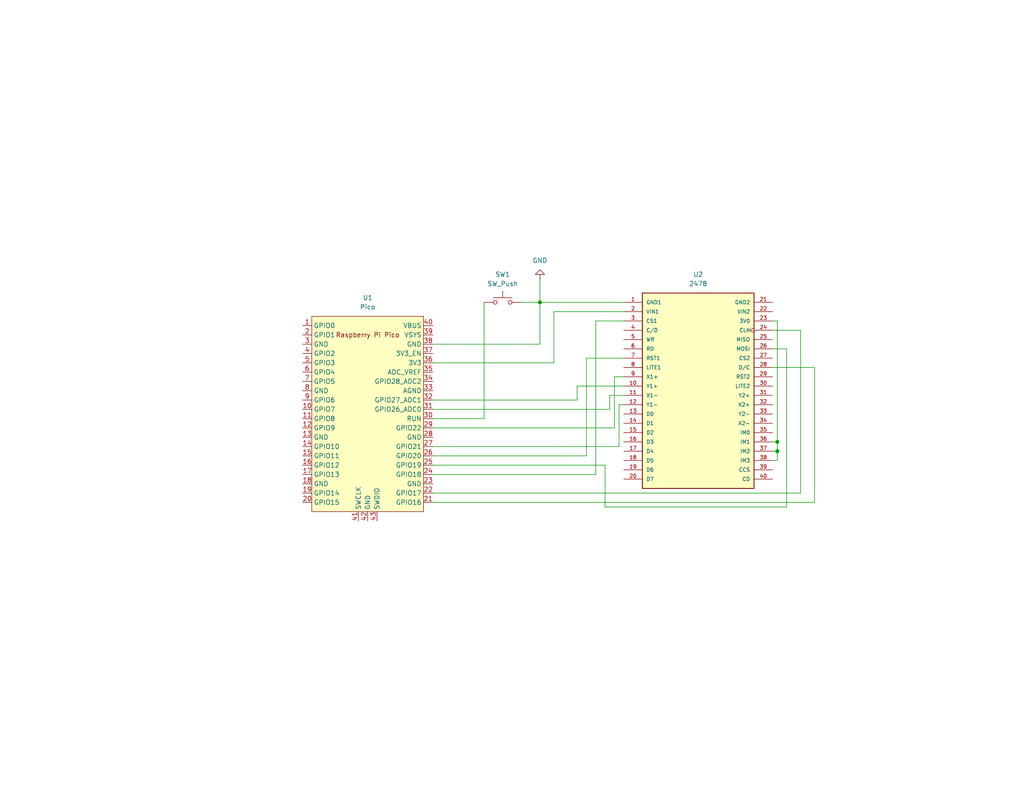
<source format=kicad_sch>
(kicad_sch (version 20231120) (generator "eeschema") (generator_version "8.0")
  (paper "USLetter")
  (title_block (title "Lab 04 Schematic - Pico and LCD Touchscreen\"") (company "Lafayette College") (comment 1 "Kashif Chopra ") (comment 2 "Benjamin Hill "))
  (lib_symbols
    (symbol "2478:2478" (pin_names (offset 1.016))
      (property "Reference" "U" (at -15.2631 28.6183 0))
      (property "Value" "2478" (at -15.262 -27.9803 0))
      (symbol "2478_0_0"
        (rectangle (start -15.24 -25.4) (end 15.24 27.94) (stroke (width 0.254)) (fill (type background)))
        (pin power_in line (at -20.32 25.4 0) (length 5.08) (name "GND1") (number "1"))
        (pin output line (at -20.32 2.54 0) (length 5.08) (name "Y1+") (number "10"))
        (pin output line (at -20.32 0 0) (length 5.08) (name "X1-") (number "11"))
        (pin output line (at -20.32 -2.54 0) (length 5.08) (name "Y1-") (number "12"))
        (pin bidirectional line (at -20.32 -5.08 0) (length 5.08) (name "D0") (number "13"))
        (pin bidirectional line (at -20.32 -7.62 0) (length 5.08) (name "D1") (number "14"))
        (pin bidirectional line (at -20.32 -10.16 0) (length 5.08) (name "D2") (number "15"))
        (pin bidirectional line (at -20.32 -12.7 0) (length 5.08) (name "D3") (number "16"))
        (pin bidirectional line (at -20.32 -15.24 0) (length 5.08) (name "D4") (number "17"))
        (pin bidirectional line (at -20.32 -17.78 0) (length 5.08) (name "D5") (number "18"))
        (pin bidirectional line (at -20.32 -20.32 0) (length 5.08) (name "D6") (number "19"))
        (pin power_in line (at -20.32 22.86 0) (length 5.08) (name "VIN1") (number "2"))
        (pin bidirectional line (at -20.32 -22.86 0) (length 5.08) (name "D7") (number "20"))
        (pin power_in line (at 20.32 25.4 180) (length 5.08) (name "GND2") (number "21"))
        (pin power_in line (at 20.32 22.86 180) (length 5.08) (name "VIN2") (number "22"))
        (pin output line (at 20.32 20.32 180) (length 5.08) (name "3V0") (number "23"))
        (pin input clock (at 20.32 17.78 180) (length 5.08) (name "CLK") (number "24"))
        (pin output line (at 20.32 15.24 180) (length 5.08) (name "MISO") (number "25"))
        (pin input line (at 20.32 12.7 180) (length 5.08) (name "MOSI") (number "26"))
        (pin input line (at 20.32 10.16 180) (length 5.08) (name "CS2") (number "27"))
        (pin input line (at 20.32 7.62 180) (length 5.08) (name "D/C") (number "28"))
        (pin input line (at 20.32 5.08 180) (length 5.08) (name "RST2") (number "29"))
        (pin input line (at -20.32 20.32 0) (length 5.08) (name "CS1") (number "3"))
        (pin input line (at 20.32 2.54 180) (length 5.08) (name "LITE2") (number "30"))
        (pin output line (at 20.32 0 180) (length 5.08) (name "Y2+") (number "31"))
        (pin output line (at 20.32 -2.54 180) (length 5.08) (name "X2+") (number "32"))
        (pin output line (at 20.32 -5.08 180) (length 5.08) (name "Y2-") (number "33"))
        (pin output line (at 20.32 -7.62 180) (length 5.08) (name "X2-") (number "34"))
        (pin input line (at 20.32 -10.16 180) (length 5.08) (name "IM0") (number "35"))
        (pin input line (at 20.32 -12.7 180) (length 5.08) (name "IM1") (number "36"))
        (pin input line (at 20.32 -15.24 180) (length 5.08) (name "IM2") (number "37"))
        (pin input line (at 20.32 -17.78 180) (length 5.08) (name "IM3") (number "38"))
        (pin input line (at 20.32 -20.32 180) (length 5.08) (name "CCS") (number "39"))
        (pin input line (at -20.32 17.78 0) (length 5.08) (name "C/D") (number "4"))
        (pin output line (at 20.32 -22.86 180) (length 5.08) (name "CD") (number "40"))
        (pin input line (at -20.32 15.24 0) (length 5.08) (name "WR") (number "5"))
        (pin input line (at -20.32 12.7 0) (length 5.08) (name "RD") (number "6"))
        (pin input line (at -20.32 10.16 0) (length 5.08) (name "RST1") (number "7"))
        (pin input line (at -20.32 7.62 0) (length 5.08) (name "LITE1") (number "8"))
        (pin output line (at -20.32 5.08 0) (length 5.08) (name "X1+") (number "9"))
      )
    )
    (symbol "MCU_RaspberryPi_and_Boards:Pico"
      (property "Reference" "U" (at -13.97 27.94 0))
      (property "Value" "Pico" (at 0 19.05 0))
      (symbol "Pico_0_0"
        (text "Raspberry Pi Pico" (at 0 21.59 0) (effects (font (size 1.27 1.27))))
      )
      (symbol "Pico_0_1"
        (rectangle (start -15.24 26.67) (end 15.24 -26.67) (fill (type background)))
      )
      (symbol "Pico_1_1"
        (pin bidirectional line (at -17.78 24.13 0) (length 2.54) (name "GPIO0") (number "1"))
        (pin bidirectional line (at -17.78 1.27 0) (length 2.54) (name "GPIO7") (number "10"))
        (pin bidirectional line (at -17.78 -1.27 0) (length 2.54) (name "GPIO8") (number "11"))
        (pin bidirectional line (at -17.78 -3.81 0) (length 2.54) (name "GPIO9") (number "12"))
        (pin power_in line (at -17.78 -6.35 0) (length 2.54) (name "GND") (number "13"))
        (pin bidirectional line (at -17.78 -8.89 0) (length 2.54) (name "GPIO10") (number "14"))
        (pin bidirectional line (at -17.78 -11.43 0) (length 2.54) (name "GPIO11") (number "15"))
        (pin bidirectional line (at -17.78 -13.97 0) (length 2.54) (name "GPIO12") (number "16"))
        (pin bidirectional line (at -17.78 -16.51 0) (length 2.54) (name "GPIO13") (number "17"))
        (pin power_in line (at -17.78 -19.05 0) (length 2.54) (name "GND") (number "18"))
        (pin bidirectional line (at -17.78 -21.59 0) (length 2.54) (name "GPIO14") (number "19"))
        (pin bidirectional line (at -17.78 21.59 0) (length 2.54) (name "GPIO1") (number "2"))
        (pin bidirectional line (at -17.78 -24.13 0) (length 2.54) (name "GPIO15") (number "20"))
        (pin bidirectional line (at 17.78 -24.13 180) (length 2.54) (name "GPIO16") (number "21"))
        (pin bidirectional line (at 17.78 -21.59 180) (length 2.54) (name "GPIO17") (number "22"))
        (pin power_in line (at 17.78 -19.05 180) (length 2.54) (name "GND") (number "23"))
        (pin bidirectional line (at 17.78 -16.51 180) (length 2.54) (name "GPIO18") (number "24"))
        (pin bidirectional line (at 17.78 -13.97 180) (length 2.54) (name "GPIO19") (number "25"))
        (pin bidirectional line (at 17.78 -11.43 180) (length 2.54) (name "GPIO20") (number "26"))
        (pin bidirectional line (at 17.78 -8.89 180) (length 2.54) (name "GPIO21") (number "27"))
        (pin power_in line (at 17.78 -6.35 180) (length 2.54) (name "GND") (number "28"))
        (pin bidirectional line (at 17.78 -3.81 180) (length 2.54) (name "GPIO22") (number "29"))
        (pin power_in line (at -17.78 19.05 0) (length 2.54) (name "GND") (number "3"))
        (pin input line (at 17.78 -1.27 180) (length 2.54) (name "RUN") (number "30"))
        (pin bidirectional line (at 17.78 1.27 180) (length 2.54) (name "GPIO26_ADC0") (number "31"))
        (pin bidirectional line (at 17.78 3.81 180) (length 2.54) (name "GPIO27_ADC1") (number "32"))
        (pin power_in line (at 17.78 6.35 180) (length 2.54) (name "AGND") (number "33"))
        (pin bidirectional line (at 17.78 8.89 180) (length 2.54) (name "GPIO28_ADC2") (number "34"))
        (pin power_in line (at 17.78 11.43 180) (length 2.54) (name "ADC_VREF") (number "35"))
        (pin power_in line (at 17.78 13.97 180) (length 2.54) (name "3V3") (number "36"))
        (pin input line (at 17.78 16.51 180) (length 2.54) (name "3V3_EN") (number "37"))
        (pin bidirectional line (at 17.78 19.05 180) (length 2.54) (name "GND") (number "38"))
        (pin power_in line (at 17.78 21.59 180) (length 2.54) (name "VSYS") (number "39"))
        (pin bidirectional line (at -17.78 16.51 0) (length 2.54) (name "GPIO2") (number "4"))
        (pin power_in line (at 17.78 24.13 180) (length 2.54) (name "VBUS") (number "40"))
        (pin input line (at -2.54 -29.21 90) (length 2.54) (name "SWCLK") (number "41"))
        (pin power_in line (at 0 -29.21 90) (length 2.54) (name "GND") (number "42"))
        (pin bidirectional line (at 2.54 -29.21 90) (length 2.54) (name "SWDIO") (number "43"))
        (pin bidirectional line (at -17.78 13.97 0) (length 2.54) (name "GPIO3") (number "5"))
        (pin bidirectional line (at -17.78 11.43 0) (length 2.54) (name "GPIO4") (number "6"))
        (pin bidirectional line (at -17.78 8.89 0) (length 2.54) (name "GPIO5") (number "7"))
        (pin power_in line (at -17.78 6.35 0) (length 2.54) (name "GND") (number "8"))
        (pin bidirectional line (at -17.78 3.81 0) (length 2.54) (name "GPIO6") (number "9"))
      )
    )
    (symbol "Switch:SW_Push" (pin_numbers hide) (pin_names (offset 1.016) hide)
      (property "Reference" "SW" (at 1.27 2.54 0))
      (property "Value" "SW_Push" (at 0 -1.524 0))
      (symbol "SW_Push_0_1"
        (circle (center -2.032 0) (radius 0.508))
        (polyline (pts (xy 0 1.27) (xy 0 3.048)))
        (polyline (pts (xy 2.54 1.27) (xy -2.54 1.27)))
        (circle (center 2.032 0) (radius 0.508))
        (pin passive line (at -5.08 0 0) (length 2.54) (name "1") (number "1"))
        (pin passive line (at 5.08 0 180) (length 2.54) (name "2") (number "2"))
      )
    )
    (symbol "power:GND" (power) (pin_numbers hide) (pin_names (offset 0) hide)
      (property "Value" "GND" (at 0 -3.81 0))
      (symbol "GND_0_1"
        (polyline (pts (xy 0 0) (xy 0 -1.27) (xy 1.27 -1.27) (xy 0 -2.54) (xy -1.27 -1.27) (xy 0 -1.27)))
      )
      (symbol "GND_1_1"
        (pin power_in line (at 0 0 270) (length 0) (name "~") (number "1"))
      )
    )
  )
  (junction (at 212.09 123.19))
  (junction (at 147.32 82.55))
  (junction (at 212.09 120.65))
  (wire (pts (xy 167.64 102.87) (xy 170.18 102.87)))
  (wire (pts (xy 212.09 120.65) (xy 210.82 120.65)))
  (wire (pts (xy 160.02 124.46) (xy 160.02 97.79)))
  (wire (pts (xy 210.82 125.73) (xy 212.09 125.73)))
  (wire (pts (xy 222.25 137.16) (xy 222.25 100.33)))
  (wire (pts (xy 118.11 114.3) (xy 132.08 114.3)))
  (wire (pts (xy 214.63 138.43) (xy 214.63 95.25)))
  (wire (pts (xy 212.09 120.65) (xy 212.09 123.19)))
  (wire (pts (xy 218.44 90.17) (xy 210.82 90.17)))
  (wire (pts (xy 166.37 107.95) (xy 170.18 107.95)))
  (wire (pts (xy 147.32 93.98) (xy 147.32 82.55)))
  (wire (pts (xy 168.91 121.92) (xy 168.91 110.49)))
  (wire (pts (xy 151.13 85.09) (xy 170.18 85.09)))
  (wire (pts (xy 157.48 105.41) (xy 170.18 105.41)))
  (wire (pts (xy 132.08 82.55) (xy 132.08 114.3)))
  (wire (pts (xy 167.64 116.84) (xy 167.64 102.87)))
  (wire (pts (xy 212.09 87.63) (xy 212.09 120.65)))
  (wire (pts (xy 160.02 97.79) (xy 170.18 97.79)))
  (wire (pts (xy 147.32 76.2) (xy 147.32 82.55)))
  (wire (pts (xy 151.13 99.06) (xy 151.13 85.09)))
  (wire (pts (xy 118.11 93.98) (xy 147.32 93.98)))
  (wire (pts (xy 157.48 109.22) (xy 157.48 105.41)))
  (wire (pts (xy 142.24 82.55) (xy 147.32 82.55)))
  (wire (pts (xy 118.11 124.46) (xy 160.02 124.46)))
  (wire (pts (xy 118.11 137.16) (xy 222.25 137.16)))
  (wire (pts (xy 118.11 109.22) (xy 157.48 109.22)))
  (wire (pts (xy 222.25 100.33) (xy 210.82 100.33)))
  (wire (pts (xy 210.82 87.63) (xy 212.09 87.63)))
  (wire (pts (xy 165.1 127) (xy 165.1 138.43)))
  (wire (pts (xy 118.11 121.92) (xy 168.91 121.92)))
  (wire (pts (xy 118.11 129.54) (xy 162.56 129.54)))
  (wire (pts (xy 210.82 123.19) (xy 212.09 123.19)))
  (wire (pts (xy 147.32 82.55) (xy 170.18 82.55)))
  (wire (pts (xy 118.11 116.84) (xy 167.64 116.84)))
  (wire (pts (xy 162.56 87.63) (xy 170.18 87.63)))
  (wire (pts (xy 166.37 111.76) (xy 166.37 107.95)))
  (wire (pts (xy 165.1 138.43) (xy 214.63 138.43)))
  (wire (pts (xy 118.11 134.62) (xy 218.44 134.62)))
  (wire (pts (xy 118.11 111.76) (xy 166.37 111.76)))
  (wire (pts (xy 118.11 99.06) (xy 151.13 99.06)))
  (wire (pts (xy 218.44 134.62) (xy 218.44 90.17)))
  (wire (pts (xy 162.56 129.54) (xy 162.56 87.63)))
  (wire (pts (xy 168.91 110.49) (xy 170.18 110.49)))
  (wire (pts (xy 212.09 125.73) (xy 212.09 123.19)))
  (wire (pts (xy 118.11 127) (xy 165.1 127)))
  (wire (pts (xy 214.63 95.25) (xy 210.82 95.25)))
  (symbol (lib_id "MCU_RaspberryPi_and_Boards:Pico") (at 100.33 113.03 0) (unit 1)
    (property "Reference" "U1" (at 100.33 81.28 0))
    (property "Value" "Pico" (at 100.33 83.82 0))
    (property "Footprint" "RPi_Pico:RPi_Pico_SMD_TH" (effects (hide yes)))
  )
  (symbol (lib_id "power:GND") (at 147.32 76.2 180) (unit 1)
    (property "Reference" "#PWR01" (effects (hide yes)))
    (property "Value" "GND" (at 147.32 71.12 0))
    (property "Description" "Power symbol creates a global label with name \"GND\" , ground" (effects (hide yes)))
  )
  (symbol (lib_id "2478:2478") (at 190.5 107.95 0) (unit 1)
    (property "Reference" "U2" (at 190.5 74.93 0))
    (property "Value" "2478" (at 190.5 77.47 0))
    (property "Footprint" "ADAFRUIT_2478" (effects (hide yes)))
    (property "MANUFACTURER" "Adafruit Industries LLC" (effects (hide yes)))
  )
  (symbol (lib_id "Switch:SW_Push") (at 137.16 82.55 0) (unit 1)
    (property "Reference" "SW1" (at 137.16 74.93 0))
    (property "Value" "SW_Push" (at 137.16 77.47 0))
    (property "Description" "Push button switch, generic, two pins" (effects (hide yes)))
  )
)
</source>
